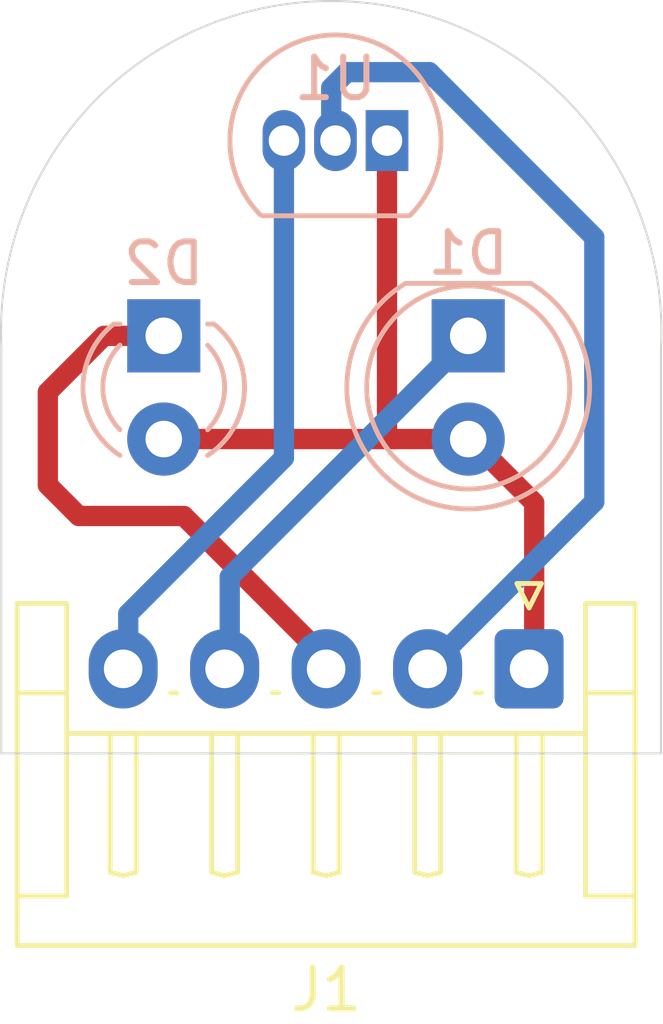
<source format=kicad_pcb>
(kicad_pcb (version 20240108) (generator "pcbnew") (generator_version "8.0")
  (layers (0 "F.Cu" signal) (31 "B.Cu" signal) (34 "B.Paste" user) (35 "F.Paste" user) (36 "B.SilkS" user "B.Silkscreen") (37 "F.SilkS" user "F.Silkscreen") (38 "B.Mask" user) (39 "F.Mask" user) (44 "Edge.Cuts" user))
  (net 0 "")
  (net 1 "Net-(D1-K)")
  (net 2 "Net-(D1-A)")
  (net 3 "Net-(D2-K)")
  (net 4 "Net-(J1-Pin_2)")
  (net 5 "GND")
  (footprint "Connector_JST:JST_EH_S5B-EH_1x05_P2.50mm_Horizontal" (layer "F.Cu") (at 148 66.5 180)
    (property "Reference" "J1" (at 5 -7.9 0) (layer "F.SilkS"))
    (property "Value" "Conn_01x05")
    (fp_line (start 12.61 1.61) (end 11.39 1.61) (stroke (width 0.12)) (layer "F.SilkS"))
    (fp_line (start 12.61 -5.59) (end 11.39 -5.59) (stroke (width 0.12)) (layer "F.SilkS"))
    (fp_line (start 12.61 -6.81) (end 12.61 1.61) (stroke (width 0.12)) (layer "F.SilkS"))
    (fp_line (start 11.39 1.61) (end 11.39 -0.59) (stroke (width 0.12)) (layer "F.SilkS"))
    (fp_line (start 11.39 -0.59) (end 12.61 -0.59) (stroke (width 0.12)) (layer "F.SilkS"))
    (fp_line (start 11.39 -5.59) (end 11.39 -0.59) (stroke (width 0.12)) (layer "F.SilkS"))
    (fp_line (start 10.32 -1.59) (end 10 -1.59) (stroke (width 0.12)) (layer "F.SilkS"))
    (fp_line (start 10.32 -5.01) (end 10.32 -1.59) (stroke (width 0.12)) (layer "F.SilkS"))
    (fp_line (start 10 -1.59) (end 9.68 -1.59) (stroke (width 0.12)) (layer "F.SilkS"))
    (fp_line (start 10 -5.09) (end 10.32 -5.01) (stroke (width 0.12)) (layer "F.SilkS"))
    (fp_line (start 9.68 -1.59) (end 9.68 -5.01) (stroke (width 0.12)) (layer "F.SilkS"))
    (fp_line (start 9.68 -5.01) (end 10 -5.09) (stroke (width 0.12)) (layer "F.SilkS"))
    (fp_line (start 8.67 -0.59) (end 8.83 -0.59) (stroke (width 0.12)) (layer "F.SilkS"))
    (fp_line (start 7.82 -1.59) (end 7.5 -1.59) (stroke (width 0.12)) (layer "F.SilkS"))
    (fp_line (start 7.82 -5.01) (end 7.82 -1.59) (stroke (width 0.12)) (layer "F.SilkS"))
    (fp_line (start 7.5 -1.59) (end 7.18 -1.59) (stroke (width 0.12)) (layer "F.SilkS"))
    (fp_line (start 7.5 -5.09) (end 7.82 -5.01) (stroke (width 0.12)) (layer "F.SilkS"))
    (fp_line (start 7.18 -1.59) (end 7.18 -5.01) (stroke (width 0.12)) (layer "F.SilkS"))
    (fp_line (start 7.18 -5.01) (end 7.5 -5.09) (stroke (width 0.12)) (layer "F.SilkS"))
    (fp_line (start 6.17 -0.59) (end 6.33 -0.59) (stroke (width 0.12)) (layer "F.SilkS"))
    (fp_line (start 5.32 -1.59) (end 5 -1.59) (stroke (width 0.12)) (layer "F.SilkS"))
    (fp_line (start 5.32 -5.01) (end 5.32 -1.59) (stroke (width 0.12)) (layer "F.SilkS"))
    (fp_line (start 5 -1.59) (end 4.68 -1.59) (stroke (width 0.12)) (layer "F.SilkS"))
    (fp_line (start 5 -5.09) (end 5.32 -5.01) (stroke (width 0.12)) (layer "F.SilkS"))
    (fp_line (start 4.68 -1.59) (end 4.68 -5.01) (stroke (width 0.12)) (layer "F.SilkS"))
    (fp_line (start 4.68 -5.01) (end 5 -5.09) (stroke (width 0.12)) (layer "F.SilkS"))
    (fp_line (start 3.67 -0.59) (end 3.83 -0.59) (stroke (width 0.12)) (layer "F.SilkS"))
    (fp_line (start 2.82 -1.59) (end 2.5 -1.59) (stroke (width 0.12)) (layer "F.SilkS"))
    (fp_line (start 2.82 -5.01) (end 2.82 -1.59) (stroke (width 0.12)) (layer "F.SilkS"))
    (fp_line (start 2.5 -1.59) (end 2.18 -1.59) (stroke (width 0.12)) (layer "F.SilkS"))
    (fp_line (start 2.5 -5.09) (end 2.82 -5.01) (stroke (width 0.12)) (layer "F.SilkS"))
    (fp_line (start 2.18 -1.59) (end 2.18 -5.01) (stroke (width 0.12)) (layer "F.SilkS"))
    (fp_line (start 2.18 -5.01) (end 2.5 -5.09) (stroke (width 0.12)) (layer "F.SilkS"))
    (fp_line (start 1.17 -0.59) (end 1.33 -0.59) (stroke (width 0.12)) (layer "F.SilkS"))
    (fp_line (start 0.32 -1.59) (end 0 -1.59) (stroke (width 0.12)) (layer "F.SilkS"))
    (fp_line (start 0.32 -5.01) (end 0.32 -1.59) (stroke (width 0.12)) (layer "F.SilkS"))
    (fp_line (start 0.3 2.1) (end 0 1.5) (stroke (width 0.12)) (layer "F.SilkS"))
    (fp_line (start 0 1.5) (end -0.3 2.1) (stroke (width 0.12)) (layer "F.SilkS"))
    (fp_line (start 0 -1.59) (end -0.32 -1.59) (stroke (width 0.12)) (layer "F.SilkS"))
    (fp_line (start 0 -5.09) (end 0.32 -5.01) (stroke (width 0.12)) (layer "F.SilkS"))
    (fp_line (start -0.3 2.1) (end 0.3 2.1) (stroke (width 0.12)) (layer "F.SilkS"))
    (fp_line (start -0.32 -1.59) (end -0.32 -5.01) (stroke (width 0.12)) (layer "F.SilkS"))
    (fp_line (start -0.32 -5.01) (end 0 -5.09) (stroke (width 0.12)) (layer "F.SilkS"))
    (fp_line (start -1.39 1.61) (end -2.61 1.61) (stroke (width 0.12)) (layer "F.SilkS"))
    (fp_line (start -1.39 -0.59) (end -1.39 1.61) (stroke (width 0.12)) (layer "F.SilkS"))
    (fp_line (start -1.39 -0.59) (end -2.61 -0.59) (stroke (width 0.12)) (layer "F.SilkS"))
    (fp_line (start -1.39 -1.59) (end 11.39 -1.59) (stroke (width 0.12)) (layer "F.SilkS"))
    (fp_line (start -1.39 -5.59) (end -1.39 -0.59) (stroke (width 0.12)) (layer "F.SilkS"))
    (fp_line (start -2.61 1.61) (end -2.61 -6.81) (stroke (width 0.12)) (layer "F.SilkS"))
    (fp_line (start -2.61 -5.59) (end -1.39 -5.59) (stroke (width 0.12)) (layer "F.SilkS"))
    (fp_line (start -2.61 -6.81) (end 12.61 -6.81) (stroke (width 0.12)) (layer "F.SilkS"))
    (pad "1" thru_hole roundrect (at 0 0 180) (size 1.7 1.95) (drill 0.95) (layers "*.Cu" "*.Mask") (roundrect_rratio 0.147059) (net 2 "Net-(D1-A)"))
    (pad "2" thru_hole oval (at 2.5 0 180) (size 1.7 1.95) (drill 0.95) (layers "*.Cu" "*.Mask") (net 4 "Net-(J1-Pin_2)"))
    (pad "3" thru_hole oval (at 5 0 180) (size 1.7 1.95) (drill 0.95) (layers "*.Cu" "*.Mask") (net 3 "Net-(D2-K)"))
    (pad "4" thru_hole oval (at 7.5 0 180) (size 1.7 1.95) (drill 0.95) (layers "*.Cu" "*.Mask") (net 1 "Net-(D1-K)"))
    (pad "5" thru_hole oval (at 10 0 180) (size 1.7 1.95) (drill 0.95) (layers "*.Cu" "*.Mask") (net 5 "GND"))
  )
  (footprint "LED_THT:LED_D3.0mm_IRBlack" (layer "B.Cu") (at 139 58.305 -90)
    (property "Reference" "D2" (at -1.778 0 360) (layer "B.SilkS") (effects (justify mirror)))
    (property "Value" "receiver")
    (fp_line (start -0.29 1.08) (end -0.29 1.236) (stroke (width 0.12)) (layer "B.SilkS"))
    (fp_line (start -0.29 -1.236) (end -0.29 -1.08) (stroke (width 0.12)) (layer "B.SilkS"))
    (fp_arc (start 2.31113 1.079837) (mid 1.270117 1.5) (end 0.229039 1.08) (stroke (width 0.12)) (layer "B.SilkS"))
    (fp_arc (start 2.942335 1.078608) (mid 1.366487 1.987659) (end -0.29 1.235516) (stroke (width 0.12)) (layer "B.SilkS"))
    (fp_arc (start 0.229039 -1.08) (mid 1.270117 -1.5) (end 2.31113 -1.079837) (stroke (width 0.12)) (layer "B.SilkS"))
    (fp_arc (start -0.29 -1.235516) (mid 1.366487 -1.987659) (end 2.942335 -1.078608) (stroke (width 0.12)) (layer "B.SilkS"))
    (pad "1" thru_hole rect (at 0 0 270) (size 1.8 1.8) (drill 0.9) (layers "*.Cu" "*.Mask") (net 3 "Net-(D2-K)"))
    (pad "2" thru_hole circle (at 2.54 0 270) (size 1.8 1.8) (drill 0.9) (layers "*.Cu" "*.Mask") (net 2 "Net-(D1-A)"))
  )
  (footprint "Package_TO_SOT_THT:TO-92_Inline" (layer "B.Cu") (at 144.5 53.5 180)
    (property "Reference" "U1" (at 1.27 1.524 0) (layer "B.SilkS") (effects (justify mirror)))
    (property "Value" "TSIC206-TO92")
    (fp_line (start 3.07 -1.85) (end -0.53 -1.85) (stroke (width 0.12)) (layer "B.SilkS"))
    (fp_arc (start 3.108478 -1.838478) (mid 3.672087 0.994977) (end 1.27 2.6) (stroke (width 0.12)) (layer "B.SilkS"))
    (fp_arc (start 1.27 2.6) (mid -1.132087 0.994977) (end -0.568478 -1.838478) (stroke (width 0.12)) (layer "B.SilkS"))
    (pad "1" thru_hole rect (at 0 0 180) (size 1.05 1.5) (drill 0.75) (layers "*.Cu" "*.Mask") (net 2 "Net-(D1-A)"))
    (pad "2" thru_hole oval (at 1.27 0 180) (size 1.05 1.5) (drill 0.75) (layers "*.Cu" "*.Mask") (net 4 "Net-(J1-Pin_2)"))
    (pad "3" thru_hole oval (at 2.54 0 180) (size 1.05 1.5) (drill 0.75) (layers "*.Cu" "*.Mask") (net 5 "GND"))
  )
  (footprint "LED_THT:LED_D5.0mm_IRGrey" (layer "B.Cu") (at 146.5 58.305 -90)
    (property "Reference" "D1" (at -2.032 0 360) (layer "B.SilkS") (effects (justify mirror)))
    (property "Value" "LD271")
    (fp_line (start -1.29 -1.545) (end -1.29 1.545) (stroke (width 0.12)) (layer "B.SilkS"))
    (fp_arc (start 4.26 -0.000462) (mid 2.072002 2.880433) (end -1.29 1.54483) (stroke (width 0.12)) (layer "B.SilkS"))
    (fp_arc (start -1.29 -1.54483) (mid 2.072002 -2.880433) (end 4.26 0.000462) (stroke (width 0.12)) (layer "B.SilkS"))
    (fp_circle (center 1.27 0) (end 3.77 0) (stroke (width 0.12)) (fill none) (layer "B.SilkS"))
    (pad "1" thru_hole rect (at 0 0 270) (size 1.8 1.8) (drill 0.9) (layers "*.Cu" "*.Mask") (net 1 "Net-(D1-K)"))
    (pad "2" thru_hole circle (at 2.54 0 270) (size 1.8 1.8) (drill 0.9) (layers "*.Cu" "*.Mask") (net 2 "Net-(D1-A)"))
  )
  (gr_line (start 135 68.58) (end 151.25 68.58) (stroke (width 0.05)) (layer "Edge.Cuts"))
  (gr_line (start 151.25 68.58) (end 151.25 58.58) (stroke (width 0.05)) (layer "Edge.Cuts"))
  (gr_arc (start 135 58.58) (mid 143.125 50.065069) (end 151.25 58.58) (stroke (width 0.05)) (layer "Edge.Cuts"))
  (gr_line (start 135 68.58) (end 135 58.58) (stroke (width 0.05)) (layer "Edge.Cuts"))
  (segment (start 140.6252 64.2378) (end 140.6252 66.3702) (width 0.5) (layer "B.Cu") (net 1))
  (segment (start 146.558 58.42) (end 146.443 58.42) (width 0.5) (layer "B.Cu") (net 1))
  (segment (start 146.443 58.42) (end 140.6252 64.2378) (width 0.5) (layer "B.Cu") (net 1))
  (segment (start 144.5 60.819) (end 144.474 60.845) (width 0.2) (layer "F.Cu") (net 2))
  (segment (start 139.115 60.845) (end 139 60.96) (width 0.5) (layer "F.Cu") (net 2))
  (segment (start 144.474 60.845) (end 139 60.845) (width 0.5) (layer "F.Cu") (net 2))
  (segment (start 148.1252 66.3702) (end 148.1252 62.4122) (width 0.5) (layer "F.Cu") (net 2))
  (segment (start 146.5 60.845) (end 144.526 60.845) (width 0.5) (layer "F.Cu") (net 2))
  (segment (start 148.1252 62.4122) (end 146.673 60.96) (width 0.5) (layer "F.Cu") (net 2))
  (segment (start 144.526 60.845) (end 144.5 60.819) (width 0.2) (layer "F.Cu") (net 2))
  (segment (start 144.5 53.5) (end 144.5 60.819) (width 0.5) (layer "F.Cu") (net 2))
  (segment (start 137.529 58.305) (end 136.144 59.69) (width 0.5) (layer "F.Cu") (net 3))
  (segment (start 138.885 58.305) (end 137.529 58.305) (width 0.5) (layer "F.Cu") (net 3))
  (segment (start 136.906 62.738) (end 139.493 62.738) (width 0.5) (layer "F.Cu") (net 3))
  (segment (start 139.493 62.738) (end 143.1252 66.3702) (width 0.5) (layer "F.Cu") (net 3))
  (segment (start 136.144 59.69) (end 136.144 61.976) (width 0.5) (layer "F.Cu") (net 3))
  (segment (start 136.144 61.976) (end 136.906 62.738) (width 0.5) (layer "F.Cu") (net 3))
  (segment (start 143.125 52.201) (end 143.51 51.816) (width 0.5) (layer "B.Cu") (net 4))
  (segment (start 149.606 55.88) (end 149.606 62.3894) (width 0.5) (layer "B.Cu") (net 4))
  (segment (start 143.51 51.816) (end 145.542 51.816) (width 0.5) (layer "B.Cu") (net 4))
  (segment (start 143.125 53.34) (end 143.125 52.201) (width 0.5) (layer "B.Cu") (net 4))
  (segment (start 149.606 62.3894) (end 145.6252 66.3702) (width 0.5) (layer "B.Cu") (net 4))
  (segment (start 145.542 51.816) (end 149.606 55.88) (width 0.5) (layer "B.Cu") (net 4))
  (segment (start 141.96 61.3104) (end 140.8852 62.3852) (width 0.5) (layer "B.Cu") (net 5))
  (segment (start 138.1252 66.3702) (end 138.1252 65.1452) (width 0.5) (layer "B.Cu") (net 5))
  (segment (start 141.6352 61.6352) (end 141.96 61.3104) (width 0.2) (layer "B.Cu") (net 5))
  (segment (start 141.96 53.5) (end 141.96 61) (width 0.5) (layer "B.Cu") (net 5))
  (segment (start 138.1252 65.1452) (end 140.8852 62.3852) (width 0.5) (layer "B.Cu") (net 5))
  (segment (start 140.8852 62.3852) (end 141.6352 61.6352) (width 0.5) (layer "B.Cu") (net 5))
  (segment (start 141.96 61) (end 141.96 61.3104) (width 0.5) (layer "B.Cu") (net 5))
)
</source>
